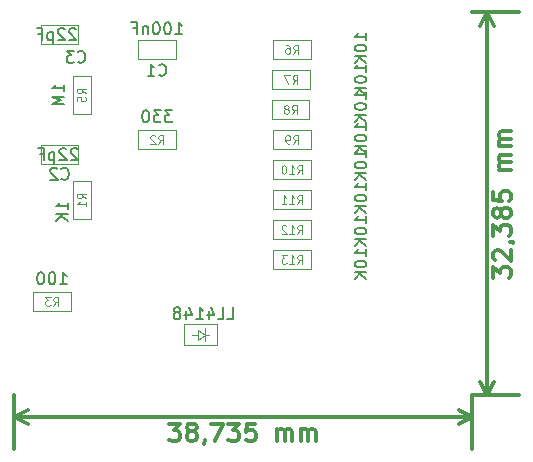
<source format=gbr>
G04 #@! TF.GenerationSoftware,KiCad,Pcbnew,(5.0.2)-1*
G04 #@! TF.CreationDate,2018-12-18T17:12:38+01:00*
G04 #@! TF.ProjectId,MutltiSwitch_Sw8,4d75746c-7469-4537-9769-7463685f5377,0.1*
G04 #@! TF.SameCoordinates,Original*
G04 #@! TF.FileFunction,Other,Fab,Bot*
%FSLAX46Y46*%
G04 Gerber Fmt 4.6, Leading zero omitted, Abs format (unit mm)*
G04 Created by KiCad (PCBNEW (5.0.2)-1) date 18/12/2018 17:12:38*
%MOMM*%
%LPD*%
G01*
G04 APERTURE LIST*
%ADD10C,0.300000*%
%ADD11C,0.100000*%
%ADD12C,0.150000*%
%ADD13C,0.105000*%
G04 APERTURE END LIST*
D10*
X146431785Y-123083571D02*
X147360357Y-123083571D01*
X146860357Y-123655000D01*
X147074642Y-123655000D01*
X147217500Y-123726428D01*
X147288928Y-123797857D01*
X147360357Y-123940714D01*
X147360357Y-124297857D01*
X147288928Y-124440714D01*
X147217500Y-124512142D01*
X147074642Y-124583571D01*
X146646071Y-124583571D01*
X146503214Y-124512142D01*
X146431785Y-124440714D01*
X148217500Y-123726428D02*
X148074642Y-123655000D01*
X148003214Y-123583571D01*
X147931785Y-123440714D01*
X147931785Y-123369285D01*
X148003214Y-123226428D01*
X148074642Y-123155000D01*
X148217500Y-123083571D01*
X148503214Y-123083571D01*
X148646071Y-123155000D01*
X148717500Y-123226428D01*
X148788928Y-123369285D01*
X148788928Y-123440714D01*
X148717500Y-123583571D01*
X148646071Y-123655000D01*
X148503214Y-123726428D01*
X148217500Y-123726428D01*
X148074642Y-123797857D01*
X148003214Y-123869285D01*
X147931785Y-124012142D01*
X147931785Y-124297857D01*
X148003214Y-124440714D01*
X148074642Y-124512142D01*
X148217500Y-124583571D01*
X148503214Y-124583571D01*
X148646071Y-124512142D01*
X148717500Y-124440714D01*
X148788928Y-124297857D01*
X148788928Y-124012142D01*
X148717500Y-123869285D01*
X148646071Y-123797857D01*
X148503214Y-123726428D01*
X149503214Y-124512142D02*
X149503214Y-124583571D01*
X149431785Y-124726428D01*
X149360357Y-124797857D01*
X150003214Y-123083571D02*
X151003214Y-123083571D01*
X150360357Y-124583571D01*
X151431785Y-123083571D02*
X152360357Y-123083571D01*
X151860357Y-123655000D01*
X152074642Y-123655000D01*
X152217500Y-123726428D01*
X152288928Y-123797857D01*
X152360357Y-123940714D01*
X152360357Y-124297857D01*
X152288928Y-124440714D01*
X152217500Y-124512142D01*
X152074642Y-124583571D01*
X151646071Y-124583571D01*
X151503214Y-124512142D01*
X151431785Y-124440714D01*
X153717500Y-123083571D02*
X153003214Y-123083571D01*
X152931785Y-123797857D01*
X153003214Y-123726428D01*
X153146071Y-123655000D01*
X153503214Y-123655000D01*
X153646071Y-123726428D01*
X153717500Y-123797857D01*
X153788928Y-123940714D01*
X153788928Y-124297857D01*
X153717500Y-124440714D01*
X153646071Y-124512142D01*
X153503214Y-124583571D01*
X153146071Y-124583571D01*
X153003214Y-124512142D01*
X152931785Y-124440714D01*
X155574642Y-124583571D02*
X155574642Y-123583571D01*
X155574642Y-123726428D02*
X155646071Y-123655000D01*
X155788928Y-123583571D01*
X156003214Y-123583571D01*
X156146071Y-123655000D01*
X156217500Y-123797857D01*
X156217500Y-124583571D01*
X156217500Y-123797857D02*
X156288928Y-123655000D01*
X156431785Y-123583571D01*
X156646071Y-123583571D01*
X156788928Y-123655000D01*
X156860357Y-123797857D01*
X156860357Y-124583571D01*
X157574642Y-124583571D02*
X157574642Y-123583571D01*
X157574642Y-123726428D02*
X157646071Y-123655000D01*
X157788928Y-123583571D01*
X158003214Y-123583571D01*
X158146071Y-123655000D01*
X158217500Y-123797857D01*
X158217500Y-124583571D01*
X158217500Y-123797857D02*
X158288928Y-123655000D01*
X158431785Y-123583571D01*
X158646071Y-123583571D01*
X158788928Y-123655000D01*
X158860357Y-123797857D01*
X158860357Y-124583571D01*
X172085000Y-122555000D02*
X133350000Y-122555000D01*
X172085000Y-120650000D02*
X172085000Y-125255000D01*
X133350000Y-120650000D02*
X133350000Y-125255000D01*
X133350000Y-122555000D02*
X134476504Y-121968579D01*
X133350000Y-122555000D02*
X134476504Y-123141421D01*
X172085000Y-122555000D02*
X170958496Y-121968579D01*
X172085000Y-122555000D02*
X170958496Y-123141421D01*
X173883570Y-110743214D02*
X173883570Y-109814642D01*
X174454999Y-110314642D01*
X174454999Y-110100357D01*
X174526427Y-109957500D01*
X174597856Y-109886071D01*
X174740713Y-109814642D01*
X175097856Y-109814642D01*
X175240713Y-109886071D01*
X175312141Y-109957500D01*
X175383570Y-110100357D01*
X175383570Y-110528928D01*
X175312141Y-110671785D01*
X175240713Y-110743214D01*
X174026427Y-109243214D02*
X173954999Y-109171785D01*
X173883570Y-109028928D01*
X173883570Y-108671785D01*
X173954999Y-108528928D01*
X174026427Y-108457500D01*
X174169284Y-108386071D01*
X174312141Y-108386071D01*
X174526427Y-108457500D01*
X175383570Y-109314642D01*
X175383570Y-108386071D01*
X175312141Y-107671785D02*
X175383570Y-107671785D01*
X175526427Y-107743214D01*
X175597856Y-107814642D01*
X173883570Y-107171785D02*
X173883570Y-106243214D01*
X174454999Y-106743214D01*
X174454999Y-106528928D01*
X174526427Y-106386071D01*
X174597856Y-106314642D01*
X174740713Y-106243214D01*
X175097856Y-106243214D01*
X175240713Y-106314642D01*
X175312141Y-106386071D01*
X175383570Y-106528928D01*
X175383570Y-106957500D01*
X175312141Y-107100357D01*
X175240713Y-107171785D01*
X174526427Y-105386071D02*
X174454999Y-105528928D01*
X174383570Y-105600357D01*
X174240713Y-105671785D01*
X174169284Y-105671785D01*
X174026427Y-105600357D01*
X173954999Y-105528928D01*
X173883570Y-105386071D01*
X173883570Y-105100357D01*
X173954999Y-104957500D01*
X174026427Y-104886071D01*
X174169284Y-104814642D01*
X174240713Y-104814642D01*
X174383570Y-104886071D01*
X174454999Y-104957500D01*
X174526427Y-105100357D01*
X174526427Y-105386071D01*
X174597856Y-105528928D01*
X174669284Y-105600357D01*
X174812141Y-105671785D01*
X175097856Y-105671785D01*
X175240713Y-105600357D01*
X175312141Y-105528928D01*
X175383570Y-105386071D01*
X175383570Y-105100357D01*
X175312141Y-104957500D01*
X175240713Y-104886071D01*
X175097856Y-104814642D01*
X174812141Y-104814642D01*
X174669284Y-104886071D01*
X174597856Y-104957500D01*
X174526427Y-105100357D01*
X173883570Y-103457500D02*
X173883570Y-104171785D01*
X174597856Y-104243214D01*
X174526427Y-104171785D01*
X174454999Y-104028928D01*
X174454999Y-103671785D01*
X174526427Y-103528928D01*
X174597856Y-103457500D01*
X174740713Y-103386071D01*
X175097856Y-103386071D01*
X175240713Y-103457500D01*
X175312141Y-103528928D01*
X175383570Y-103671785D01*
X175383570Y-104028928D01*
X175312141Y-104171785D01*
X175240713Y-104243214D01*
X175383570Y-101600357D02*
X174383570Y-101600357D01*
X174526427Y-101600357D02*
X174454999Y-101528928D01*
X174383570Y-101386071D01*
X174383570Y-101171785D01*
X174454999Y-101028928D01*
X174597856Y-100957500D01*
X175383570Y-100957500D01*
X174597856Y-100957500D02*
X174454999Y-100886071D01*
X174383570Y-100743214D01*
X174383570Y-100528928D01*
X174454999Y-100386071D01*
X174597856Y-100314642D01*
X175383570Y-100314642D01*
X175383570Y-99600357D02*
X174383570Y-99600357D01*
X174526427Y-99600357D02*
X174454999Y-99528928D01*
X174383570Y-99386071D01*
X174383570Y-99171785D01*
X174454999Y-99028928D01*
X174597856Y-98957500D01*
X175383570Y-98957500D01*
X174597856Y-98957500D02*
X174454999Y-98886071D01*
X174383570Y-98743214D01*
X174383570Y-98528928D01*
X174454999Y-98386071D01*
X174597856Y-98314642D01*
X175383570Y-98314642D01*
X173354999Y-120650000D02*
X173354999Y-88265000D01*
X172085000Y-120650000D02*
X176054999Y-120650000D01*
X172085000Y-88265000D02*
X176054999Y-88265000D01*
X173354999Y-88265000D02*
X173941420Y-89391504D01*
X173354999Y-88265000D02*
X172768578Y-89391504D01*
X173354999Y-120650000D02*
X173941420Y-119523496D01*
X173354999Y-120650000D02*
X172768578Y-119523496D01*
D11*
G04 #@! TO.C,C1*
X143815000Y-90640000D02*
X143815000Y-92240000D01*
X147015000Y-90640000D02*
X143815000Y-90640000D01*
X147015000Y-92240000D02*
X147015000Y-90640000D01*
X143815000Y-92240000D02*
X147015000Y-92240000D01*
G04 #@! TO.C,C2*
X135560000Y-99530000D02*
X135560000Y-101130000D01*
X138760000Y-99530000D02*
X135560000Y-99530000D01*
X138760000Y-101130000D02*
X138760000Y-99530000D01*
X135560000Y-101130000D02*
X138760000Y-101130000D01*
G04 #@! TO.C,C3*
X135560000Y-89370000D02*
X135560000Y-90970000D01*
X138760000Y-89370000D02*
X135560000Y-89370000D01*
X138760000Y-90970000D02*
X138760000Y-89370000D01*
X135560000Y-90970000D02*
X138760000Y-90970000D01*
G04 #@! TO.C,R2*
X143815000Y-98260000D02*
X143815000Y-99860000D01*
X147015000Y-98260000D02*
X143815000Y-98260000D01*
X147015000Y-99860000D02*
X147015000Y-98260000D01*
X143815000Y-99860000D02*
X147015000Y-99860000D01*
G04 #@! TO.C,R1*
X138265000Y-105740000D02*
X139865000Y-105740000D01*
X138265000Y-102540000D02*
X138265000Y-105740000D01*
X139865000Y-102540000D02*
X138265000Y-102540000D01*
X139865000Y-105740000D02*
X139865000Y-102540000D01*
G04 #@! TO.C,D2*
X148848000Y-115570000D02*
X148348000Y-115570000D01*
X148848000Y-115970000D02*
X149448000Y-115570000D01*
X148848000Y-115170000D02*
X148848000Y-115970000D01*
X149448000Y-115570000D02*
X148848000Y-115170000D01*
X149448000Y-115570000D02*
X149448000Y-116120000D01*
X149448000Y-115570000D02*
X149448000Y-115020000D01*
X149848000Y-115570000D02*
X149448000Y-115570000D01*
X150498000Y-116470000D02*
X150498000Y-114670000D01*
X147698000Y-116470000D02*
X150498000Y-116470000D01*
X147698000Y-114670000D02*
X147698000Y-116470000D01*
X150498000Y-114670000D02*
X147698000Y-114670000D01*
G04 #@! TO.C,R3*
X134925000Y-111976000D02*
X134925000Y-113576000D01*
X138125000Y-111976000D02*
X134925000Y-111976000D01*
X138125000Y-113576000D02*
X138125000Y-111976000D01*
X134925000Y-113576000D02*
X138125000Y-113576000D01*
G04 #@! TO.C,R5*
X138265000Y-96850000D02*
X139865000Y-96850000D01*
X138265000Y-93650000D02*
X138265000Y-96850000D01*
X139865000Y-93650000D02*
X138265000Y-93650000D01*
X139865000Y-96850000D02*
X139865000Y-93650000D01*
G04 #@! TO.C,R6*
X155245000Y-90640000D02*
X155245000Y-92240000D01*
X158445000Y-90640000D02*
X155245000Y-90640000D01*
X158445000Y-92240000D02*
X158445000Y-90640000D01*
X155245000Y-92240000D02*
X158445000Y-92240000D01*
G04 #@! TO.C,R7*
X155192000Y-93180000D02*
X155192000Y-94780000D01*
X158392000Y-93180000D02*
X155192000Y-93180000D01*
X158392000Y-94780000D02*
X158392000Y-93180000D01*
X155192000Y-94780000D02*
X158392000Y-94780000D01*
G04 #@! TO.C,R8*
X155118000Y-95720000D02*
X155118000Y-97320000D01*
X158318000Y-95720000D02*
X155118000Y-95720000D01*
X158318000Y-97320000D02*
X158318000Y-95720000D01*
X155118000Y-97320000D02*
X158318000Y-97320000D01*
G04 #@! TO.C,R9*
X155245000Y-98260000D02*
X155245000Y-99860000D01*
X158445000Y-98260000D02*
X155245000Y-98260000D01*
X158445000Y-99860000D02*
X158445000Y-98260000D01*
X155245000Y-99860000D02*
X158445000Y-99860000D01*
G04 #@! TO.C,R10*
X155245000Y-100800000D02*
X155245000Y-102400000D01*
X158445000Y-100800000D02*
X155245000Y-100800000D01*
X158445000Y-102400000D02*
X158445000Y-100800000D01*
X155245000Y-102400000D02*
X158445000Y-102400000D01*
G04 #@! TO.C,R11*
X155245000Y-103340000D02*
X155245000Y-104940000D01*
X158445000Y-103340000D02*
X155245000Y-103340000D01*
X158445000Y-104940000D02*
X158445000Y-103340000D01*
X155245000Y-104940000D02*
X158445000Y-104940000D01*
G04 #@! TO.C,R12*
X155245000Y-105880000D02*
X155245000Y-107480000D01*
X158445000Y-105880000D02*
X155245000Y-105880000D01*
X158445000Y-107480000D02*
X158445000Y-105880000D01*
X155245000Y-107480000D02*
X158445000Y-107480000D01*
G04 #@! TO.C,R13*
X155245000Y-108420000D02*
X155245000Y-110020000D01*
X158445000Y-108420000D02*
X155245000Y-108420000D01*
X158445000Y-110020000D02*
X158445000Y-108420000D01*
X155245000Y-110020000D02*
X158445000Y-110020000D01*
G04 #@! TD*
G04 #@! TO.C,C1*
D12*
X146962619Y-90114380D02*
X147534047Y-90114380D01*
X147248333Y-90114380D02*
X147248333Y-89114380D01*
X147343571Y-89257238D01*
X147438809Y-89352476D01*
X147534047Y-89400095D01*
X146343571Y-89114380D02*
X146248333Y-89114380D01*
X146153095Y-89162000D01*
X146105476Y-89209619D01*
X146057857Y-89304857D01*
X146010238Y-89495333D01*
X146010238Y-89733428D01*
X146057857Y-89923904D01*
X146105476Y-90019142D01*
X146153095Y-90066761D01*
X146248333Y-90114380D01*
X146343571Y-90114380D01*
X146438809Y-90066761D01*
X146486428Y-90019142D01*
X146534047Y-89923904D01*
X146581666Y-89733428D01*
X146581666Y-89495333D01*
X146534047Y-89304857D01*
X146486428Y-89209619D01*
X146438809Y-89162000D01*
X146343571Y-89114380D01*
X145391190Y-89114380D02*
X145295952Y-89114380D01*
X145200714Y-89162000D01*
X145153095Y-89209619D01*
X145105476Y-89304857D01*
X145057857Y-89495333D01*
X145057857Y-89733428D01*
X145105476Y-89923904D01*
X145153095Y-90019142D01*
X145200714Y-90066761D01*
X145295952Y-90114380D01*
X145391190Y-90114380D01*
X145486428Y-90066761D01*
X145534047Y-90019142D01*
X145581666Y-89923904D01*
X145629285Y-89733428D01*
X145629285Y-89495333D01*
X145581666Y-89304857D01*
X145534047Y-89209619D01*
X145486428Y-89162000D01*
X145391190Y-89114380D01*
X144629285Y-89447714D02*
X144629285Y-90114380D01*
X144629285Y-89542952D02*
X144581666Y-89495333D01*
X144486428Y-89447714D01*
X144343571Y-89447714D01*
X144248333Y-89495333D01*
X144200714Y-89590571D01*
X144200714Y-90114380D01*
X143391190Y-89590571D02*
X143724523Y-89590571D01*
X143724523Y-90114380D02*
X143724523Y-89114380D01*
X143248333Y-89114380D01*
X145581666Y-93547142D02*
X145629285Y-93594761D01*
X145772142Y-93642380D01*
X145867380Y-93642380D01*
X146010238Y-93594761D01*
X146105476Y-93499523D01*
X146153095Y-93404285D01*
X146200714Y-93213809D01*
X146200714Y-93070952D01*
X146153095Y-92880476D01*
X146105476Y-92785238D01*
X146010238Y-92690000D01*
X145867380Y-92642380D01*
X145772142Y-92642380D01*
X145629285Y-92690000D01*
X145581666Y-92737619D01*
X144629285Y-93642380D02*
X145200714Y-93642380D01*
X144915000Y-93642380D02*
X144915000Y-92642380D01*
X145010238Y-92785238D01*
X145105476Y-92880476D01*
X145200714Y-92928095D01*
G04 #@! TO.C,C2*
X138675857Y-99877619D02*
X138628238Y-99830000D01*
X138533000Y-99782380D01*
X138294904Y-99782380D01*
X138199666Y-99830000D01*
X138152047Y-99877619D01*
X138104428Y-99972857D01*
X138104428Y-100068095D01*
X138152047Y-100210952D01*
X138723476Y-100782380D01*
X138104428Y-100782380D01*
X137723476Y-99877619D02*
X137675857Y-99830000D01*
X137580619Y-99782380D01*
X137342523Y-99782380D01*
X137247285Y-99830000D01*
X137199666Y-99877619D01*
X137152047Y-99972857D01*
X137152047Y-100068095D01*
X137199666Y-100210952D01*
X137771095Y-100782380D01*
X137152047Y-100782380D01*
X136723476Y-100115714D02*
X136723476Y-101115714D01*
X136723476Y-100163333D02*
X136628238Y-100115714D01*
X136437761Y-100115714D01*
X136342523Y-100163333D01*
X136294904Y-100210952D01*
X136247285Y-100306190D01*
X136247285Y-100591904D01*
X136294904Y-100687142D01*
X136342523Y-100734761D01*
X136437761Y-100782380D01*
X136628238Y-100782380D01*
X136723476Y-100734761D01*
X135485380Y-100258571D02*
X135818714Y-100258571D01*
X135818714Y-100782380D02*
X135818714Y-99782380D01*
X135342523Y-99782380D01*
X137326666Y-102338142D02*
X137374285Y-102385761D01*
X137517142Y-102433380D01*
X137612380Y-102433380D01*
X137755238Y-102385761D01*
X137850476Y-102290523D01*
X137898095Y-102195285D01*
X137945714Y-102004809D01*
X137945714Y-101861952D01*
X137898095Y-101671476D01*
X137850476Y-101576238D01*
X137755238Y-101481000D01*
X137612380Y-101433380D01*
X137517142Y-101433380D01*
X137374285Y-101481000D01*
X137326666Y-101528619D01*
X136945714Y-101528619D02*
X136898095Y-101481000D01*
X136802857Y-101433380D01*
X136564761Y-101433380D01*
X136469523Y-101481000D01*
X136421904Y-101528619D01*
X136374285Y-101623857D01*
X136374285Y-101719095D01*
X136421904Y-101861952D01*
X136993333Y-102433380D01*
X136374285Y-102433380D01*
G04 #@! TO.C,C3*
X138548857Y-89717619D02*
X138501238Y-89670000D01*
X138406000Y-89622380D01*
X138167904Y-89622380D01*
X138072666Y-89670000D01*
X138025047Y-89717619D01*
X137977428Y-89812857D01*
X137977428Y-89908095D01*
X138025047Y-90050952D01*
X138596476Y-90622380D01*
X137977428Y-90622380D01*
X137596476Y-89717619D02*
X137548857Y-89670000D01*
X137453619Y-89622380D01*
X137215523Y-89622380D01*
X137120285Y-89670000D01*
X137072666Y-89717619D01*
X137025047Y-89812857D01*
X137025047Y-89908095D01*
X137072666Y-90050952D01*
X137644095Y-90622380D01*
X137025047Y-90622380D01*
X136596476Y-89955714D02*
X136596476Y-90955714D01*
X136596476Y-90003333D02*
X136501238Y-89955714D01*
X136310761Y-89955714D01*
X136215523Y-90003333D01*
X136167904Y-90050952D01*
X136120285Y-90146190D01*
X136120285Y-90431904D01*
X136167904Y-90527142D01*
X136215523Y-90574761D01*
X136310761Y-90622380D01*
X136501238Y-90622380D01*
X136596476Y-90574761D01*
X135358380Y-90098571D02*
X135691714Y-90098571D01*
X135691714Y-90622380D02*
X135691714Y-89622380D01*
X135215523Y-89622380D01*
X138723666Y-92432142D02*
X138771285Y-92479761D01*
X138914142Y-92527380D01*
X139009380Y-92527380D01*
X139152238Y-92479761D01*
X139247476Y-92384523D01*
X139295095Y-92289285D01*
X139342714Y-92098809D01*
X139342714Y-91955952D01*
X139295095Y-91765476D01*
X139247476Y-91670238D01*
X139152238Y-91575000D01*
X139009380Y-91527380D01*
X138914142Y-91527380D01*
X138771285Y-91575000D01*
X138723666Y-91622619D01*
X138390333Y-91527380D02*
X137771285Y-91527380D01*
X138104619Y-91908333D01*
X137961761Y-91908333D01*
X137866523Y-91955952D01*
X137818904Y-92003571D01*
X137771285Y-92098809D01*
X137771285Y-92336904D01*
X137818904Y-92432142D01*
X137866523Y-92479761D01*
X137961761Y-92527380D01*
X138247476Y-92527380D01*
X138342714Y-92479761D01*
X138390333Y-92432142D01*
G04 #@! TO.C,R2*
X146700714Y-96562380D02*
X146081666Y-96562380D01*
X146415000Y-96943333D01*
X146272142Y-96943333D01*
X146176904Y-96990952D01*
X146129285Y-97038571D01*
X146081666Y-97133809D01*
X146081666Y-97371904D01*
X146129285Y-97467142D01*
X146176904Y-97514761D01*
X146272142Y-97562380D01*
X146557857Y-97562380D01*
X146653095Y-97514761D01*
X146700714Y-97467142D01*
X145748333Y-96562380D02*
X145129285Y-96562380D01*
X145462619Y-96943333D01*
X145319761Y-96943333D01*
X145224523Y-96990952D01*
X145176904Y-97038571D01*
X145129285Y-97133809D01*
X145129285Y-97371904D01*
X145176904Y-97467142D01*
X145224523Y-97514761D01*
X145319761Y-97562380D01*
X145605476Y-97562380D01*
X145700714Y-97514761D01*
X145748333Y-97467142D01*
X144510238Y-96562380D02*
X144415000Y-96562380D01*
X144319761Y-96610000D01*
X144272142Y-96657619D01*
X144224523Y-96752857D01*
X144176904Y-96943333D01*
X144176904Y-97181428D01*
X144224523Y-97371904D01*
X144272142Y-97467142D01*
X144319761Y-97514761D01*
X144415000Y-97562380D01*
X144510238Y-97562380D01*
X144605476Y-97514761D01*
X144653095Y-97467142D01*
X144700714Y-97371904D01*
X144748333Y-97181428D01*
X144748333Y-96943333D01*
X144700714Y-96752857D01*
X144653095Y-96657619D01*
X144605476Y-96610000D01*
X144510238Y-96562380D01*
D13*
X145531666Y-99376666D02*
X145765000Y-99043333D01*
X145931666Y-99376666D02*
X145931666Y-98676666D01*
X145665000Y-98676666D01*
X145598333Y-98710000D01*
X145565000Y-98743333D01*
X145531666Y-98810000D01*
X145531666Y-98910000D01*
X145565000Y-98976666D01*
X145598333Y-99010000D01*
X145665000Y-99043333D01*
X145931666Y-99043333D01*
X145265000Y-98743333D02*
X145231666Y-98710000D01*
X145165000Y-98676666D01*
X144998333Y-98676666D01*
X144931666Y-98710000D01*
X144898333Y-98743333D01*
X144865000Y-98810000D01*
X144865000Y-98876666D01*
X144898333Y-98976666D01*
X145298333Y-99376666D01*
X144865000Y-99376666D01*
G04 #@! TO.C,R1*
D12*
X137866380Y-104941714D02*
X137866380Y-104370285D01*
X137866380Y-104656000D02*
X136866380Y-104656000D01*
X137009238Y-104560761D01*
X137104476Y-104465523D01*
X137152095Y-104370285D01*
X137866380Y-105370285D02*
X136866380Y-105370285D01*
X137866380Y-105941714D02*
X137294952Y-105513142D01*
X136866380Y-105941714D02*
X137437809Y-105370285D01*
D13*
X139381666Y-104023333D02*
X139048333Y-103790000D01*
X139381666Y-103623333D02*
X138681666Y-103623333D01*
X138681666Y-103890000D01*
X138715000Y-103956666D01*
X138748333Y-103990000D01*
X138815000Y-104023333D01*
X138915000Y-104023333D01*
X138981666Y-103990000D01*
X139015000Y-103956666D01*
X139048333Y-103890000D01*
X139048333Y-103623333D01*
X139381666Y-104690000D02*
X139381666Y-104290000D01*
X139381666Y-104490000D02*
X138681666Y-104490000D01*
X138781666Y-104423333D01*
X138848333Y-104356666D01*
X138881666Y-104290000D01*
G04 #@! TO.C,D2*
D12*
X151352000Y-114244380D02*
X151828190Y-114244380D01*
X151828190Y-113244380D01*
X150542476Y-114244380D02*
X151018666Y-114244380D01*
X151018666Y-113244380D01*
X149780571Y-113577714D02*
X149780571Y-114244380D01*
X150018666Y-113196761D02*
X150256761Y-113911047D01*
X149637714Y-113911047D01*
X148732952Y-114244380D02*
X149304380Y-114244380D01*
X149018666Y-114244380D02*
X149018666Y-113244380D01*
X149113904Y-113387238D01*
X149209142Y-113482476D01*
X149304380Y-113530095D01*
X147875809Y-113577714D02*
X147875809Y-114244380D01*
X148113904Y-113196761D02*
X148352000Y-113911047D01*
X147732952Y-113911047D01*
X147209142Y-113672952D02*
X147304380Y-113625333D01*
X147352000Y-113577714D01*
X147399619Y-113482476D01*
X147399619Y-113434857D01*
X147352000Y-113339619D01*
X147304380Y-113292000D01*
X147209142Y-113244380D01*
X147018666Y-113244380D01*
X146923428Y-113292000D01*
X146875809Y-113339619D01*
X146828190Y-113434857D01*
X146828190Y-113482476D01*
X146875809Y-113577714D01*
X146923428Y-113625333D01*
X147018666Y-113672952D01*
X147209142Y-113672952D01*
X147304380Y-113720571D01*
X147352000Y-113768190D01*
X147399619Y-113863428D01*
X147399619Y-114053904D01*
X147352000Y-114149142D01*
X147304380Y-114196761D01*
X147209142Y-114244380D01*
X147018666Y-114244380D01*
X146923428Y-114196761D01*
X146875809Y-114149142D01*
X146828190Y-114053904D01*
X146828190Y-113863428D01*
X146875809Y-113768190D01*
X146923428Y-113720571D01*
X147018666Y-113672952D01*
G04 #@! TO.C,R3*
X137191666Y-111278380D02*
X137763095Y-111278380D01*
X137477380Y-111278380D02*
X137477380Y-110278380D01*
X137572619Y-110421238D01*
X137667857Y-110516476D01*
X137763095Y-110564095D01*
X136572619Y-110278380D02*
X136477380Y-110278380D01*
X136382142Y-110326000D01*
X136334523Y-110373619D01*
X136286904Y-110468857D01*
X136239285Y-110659333D01*
X136239285Y-110897428D01*
X136286904Y-111087904D01*
X136334523Y-111183142D01*
X136382142Y-111230761D01*
X136477380Y-111278380D01*
X136572619Y-111278380D01*
X136667857Y-111230761D01*
X136715476Y-111183142D01*
X136763095Y-111087904D01*
X136810714Y-110897428D01*
X136810714Y-110659333D01*
X136763095Y-110468857D01*
X136715476Y-110373619D01*
X136667857Y-110326000D01*
X136572619Y-110278380D01*
X135620238Y-110278380D02*
X135525000Y-110278380D01*
X135429761Y-110326000D01*
X135382142Y-110373619D01*
X135334523Y-110468857D01*
X135286904Y-110659333D01*
X135286904Y-110897428D01*
X135334523Y-111087904D01*
X135382142Y-111183142D01*
X135429761Y-111230761D01*
X135525000Y-111278380D01*
X135620238Y-111278380D01*
X135715476Y-111230761D01*
X135763095Y-111183142D01*
X135810714Y-111087904D01*
X135858333Y-110897428D01*
X135858333Y-110659333D01*
X135810714Y-110468857D01*
X135763095Y-110373619D01*
X135715476Y-110326000D01*
X135620238Y-110278380D01*
D13*
X136641666Y-113092666D02*
X136875000Y-112759333D01*
X137041666Y-113092666D02*
X137041666Y-112392666D01*
X136775000Y-112392666D01*
X136708333Y-112426000D01*
X136675000Y-112459333D01*
X136641666Y-112526000D01*
X136641666Y-112626000D01*
X136675000Y-112692666D01*
X136708333Y-112726000D01*
X136775000Y-112759333D01*
X137041666Y-112759333D01*
X136408333Y-112392666D02*
X135975000Y-112392666D01*
X136208333Y-112659333D01*
X136108333Y-112659333D01*
X136041666Y-112692666D01*
X136008333Y-112726000D01*
X135975000Y-112792666D01*
X135975000Y-112959333D01*
X136008333Y-113026000D01*
X136041666Y-113059333D01*
X136108333Y-113092666D01*
X136308333Y-113092666D01*
X136375000Y-113059333D01*
X136408333Y-113026000D01*
G04 #@! TO.C,R5*
D12*
X137567380Y-94964285D02*
X137567380Y-94392857D01*
X137567380Y-94678571D02*
X136567380Y-94678571D01*
X136710238Y-94583333D01*
X136805476Y-94488095D01*
X136853095Y-94392857D01*
X137567380Y-95392857D02*
X136567380Y-95392857D01*
X137281666Y-95726190D01*
X136567380Y-96059523D01*
X137567380Y-96059523D01*
D13*
X139381666Y-95133333D02*
X139048333Y-94900000D01*
X139381666Y-94733333D02*
X138681666Y-94733333D01*
X138681666Y-95000000D01*
X138715000Y-95066666D01*
X138748333Y-95100000D01*
X138815000Y-95133333D01*
X138915000Y-95133333D01*
X138981666Y-95100000D01*
X139015000Y-95066666D01*
X139048333Y-95000000D01*
X139048333Y-94733333D01*
X138681666Y-95766666D02*
X138681666Y-95433333D01*
X139015000Y-95400000D01*
X138981666Y-95433333D01*
X138948333Y-95500000D01*
X138948333Y-95666666D01*
X138981666Y-95733333D01*
X139015000Y-95766666D01*
X139081666Y-95800000D01*
X139248333Y-95800000D01*
X139315000Y-95766666D01*
X139348333Y-95733333D01*
X139381666Y-95666666D01*
X139381666Y-95500000D01*
X139348333Y-95433333D01*
X139315000Y-95400000D01*
G04 #@! TO.C,R6*
D12*
X163139380Y-90622523D02*
X163139380Y-90051095D01*
X163139380Y-90336809D02*
X162139380Y-90336809D01*
X162282238Y-90241571D01*
X162377476Y-90146333D01*
X162425095Y-90051095D01*
X162139380Y-91241571D02*
X162139380Y-91336809D01*
X162187000Y-91432047D01*
X162234619Y-91479666D01*
X162329857Y-91527285D01*
X162520333Y-91574904D01*
X162758428Y-91574904D01*
X162948904Y-91527285D01*
X163044142Y-91479666D01*
X163091761Y-91432047D01*
X163139380Y-91336809D01*
X163139380Y-91241571D01*
X163091761Y-91146333D01*
X163044142Y-91098714D01*
X162948904Y-91051095D01*
X162758428Y-91003476D01*
X162520333Y-91003476D01*
X162329857Y-91051095D01*
X162234619Y-91098714D01*
X162187000Y-91146333D01*
X162139380Y-91241571D01*
X163139380Y-92003476D02*
X162139380Y-92003476D01*
X163139380Y-92574904D02*
X162567952Y-92146333D01*
X162139380Y-92574904D02*
X162710809Y-92003476D01*
D13*
X156961666Y-91756666D02*
X157195000Y-91423333D01*
X157361666Y-91756666D02*
X157361666Y-91056666D01*
X157095000Y-91056666D01*
X157028333Y-91090000D01*
X156995000Y-91123333D01*
X156961666Y-91190000D01*
X156961666Y-91290000D01*
X156995000Y-91356666D01*
X157028333Y-91390000D01*
X157095000Y-91423333D01*
X157361666Y-91423333D01*
X156361666Y-91056666D02*
X156495000Y-91056666D01*
X156561666Y-91090000D01*
X156595000Y-91123333D01*
X156661666Y-91223333D01*
X156695000Y-91356666D01*
X156695000Y-91623333D01*
X156661666Y-91690000D01*
X156628333Y-91723333D01*
X156561666Y-91756666D01*
X156428333Y-91756666D01*
X156361666Y-91723333D01*
X156328333Y-91690000D01*
X156295000Y-91623333D01*
X156295000Y-91456666D01*
X156328333Y-91390000D01*
X156361666Y-91356666D01*
X156428333Y-91323333D01*
X156561666Y-91323333D01*
X156628333Y-91356666D01*
X156661666Y-91390000D01*
X156695000Y-91456666D01*
G04 #@! TO.C,R7*
D12*
X163139380Y-93289523D02*
X163139380Y-92718095D01*
X163139380Y-93003809D02*
X162139380Y-93003809D01*
X162282238Y-92908571D01*
X162377476Y-92813333D01*
X162425095Y-92718095D01*
X162139380Y-93908571D02*
X162139380Y-94003809D01*
X162187000Y-94099047D01*
X162234619Y-94146666D01*
X162329857Y-94194285D01*
X162520333Y-94241904D01*
X162758428Y-94241904D01*
X162948904Y-94194285D01*
X163044142Y-94146666D01*
X163091761Y-94099047D01*
X163139380Y-94003809D01*
X163139380Y-93908571D01*
X163091761Y-93813333D01*
X163044142Y-93765714D01*
X162948904Y-93718095D01*
X162758428Y-93670476D01*
X162520333Y-93670476D01*
X162329857Y-93718095D01*
X162234619Y-93765714D01*
X162187000Y-93813333D01*
X162139380Y-93908571D01*
X163139380Y-94670476D02*
X162139380Y-94670476D01*
X163139380Y-95241904D02*
X162567952Y-94813333D01*
X162139380Y-95241904D02*
X162710809Y-94670476D01*
D13*
X156908666Y-94296666D02*
X157142000Y-93963333D01*
X157308666Y-94296666D02*
X157308666Y-93596666D01*
X157042000Y-93596666D01*
X156975333Y-93630000D01*
X156942000Y-93663333D01*
X156908666Y-93730000D01*
X156908666Y-93830000D01*
X156942000Y-93896666D01*
X156975333Y-93930000D01*
X157042000Y-93963333D01*
X157308666Y-93963333D01*
X156675333Y-93596666D02*
X156208666Y-93596666D01*
X156508666Y-94296666D01*
G04 #@! TO.C,R8*
D12*
X163139380Y-95575523D02*
X163139380Y-95004095D01*
X163139380Y-95289809D02*
X162139380Y-95289809D01*
X162282238Y-95194571D01*
X162377476Y-95099333D01*
X162425095Y-95004095D01*
X162139380Y-96194571D02*
X162139380Y-96289809D01*
X162187000Y-96385047D01*
X162234619Y-96432666D01*
X162329857Y-96480285D01*
X162520333Y-96527904D01*
X162758428Y-96527904D01*
X162948904Y-96480285D01*
X163044142Y-96432666D01*
X163091761Y-96385047D01*
X163139380Y-96289809D01*
X163139380Y-96194571D01*
X163091761Y-96099333D01*
X163044142Y-96051714D01*
X162948904Y-96004095D01*
X162758428Y-95956476D01*
X162520333Y-95956476D01*
X162329857Y-96004095D01*
X162234619Y-96051714D01*
X162187000Y-96099333D01*
X162139380Y-96194571D01*
X163139380Y-96956476D02*
X162139380Y-96956476D01*
X163139380Y-97527904D02*
X162567952Y-97099333D01*
X162139380Y-97527904D02*
X162710809Y-96956476D01*
D13*
X156834666Y-96836666D02*
X157068000Y-96503333D01*
X157234666Y-96836666D02*
X157234666Y-96136666D01*
X156968000Y-96136666D01*
X156901333Y-96170000D01*
X156868000Y-96203333D01*
X156834666Y-96270000D01*
X156834666Y-96370000D01*
X156868000Y-96436666D01*
X156901333Y-96470000D01*
X156968000Y-96503333D01*
X157234666Y-96503333D01*
X156434666Y-96436666D02*
X156501333Y-96403333D01*
X156534666Y-96370000D01*
X156568000Y-96303333D01*
X156568000Y-96270000D01*
X156534666Y-96203333D01*
X156501333Y-96170000D01*
X156434666Y-96136666D01*
X156301333Y-96136666D01*
X156234666Y-96170000D01*
X156201333Y-96203333D01*
X156168000Y-96270000D01*
X156168000Y-96303333D01*
X156201333Y-96370000D01*
X156234666Y-96403333D01*
X156301333Y-96436666D01*
X156434666Y-96436666D01*
X156501333Y-96470000D01*
X156534666Y-96503333D01*
X156568000Y-96570000D01*
X156568000Y-96703333D01*
X156534666Y-96770000D01*
X156501333Y-96803333D01*
X156434666Y-96836666D01*
X156301333Y-96836666D01*
X156234666Y-96803333D01*
X156201333Y-96770000D01*
X156168000Y-96703333D01*
X156168000Y-96570000D01*
X156201333Y-96503333D01*
X156234666Y-96470000D01*
X156301333Y-96436666D01*
G04 #@! TO.C,R9*
D12*
X163139380Y-98242523D02*
X163139380Y-97671095D01*
X163139380Y-97956809D02*
X162139380Y-97956809D01*
X162282238Y-97861571D01*
X162377476Y-97766333D01*
X162425095Y-97671095D01*
X162139380Y-98861571D02*
X162139380Y-98956809D01*
X162187000Y-99052047D01*
X162234619Y-99099666D01*
X162329857Y-99147285D01*
X162520333Y-99194904D01*
X162758428Y-99194904D01*
X162948904Y-99147285D01*
X163044142Y-99099666D01*
X163091761Y-99052047D01*
X163139380Y-98956809D01*
X163139380Y-98861571D01*
X163091761Y-98766333D01*
X163044142Y-98718714D01*
X162948904Y-98671095D01*
X162758428Y-98623476D01*
X162520333Y-98623476D01*
X162329857Y-98671095D01*
X162234619Y-98718714D01*
X162187000Y-98766333D01*
X162139380Y-98861571D01*
X163139380Y-99623476D02*
X162139380Y-99623476D01*
X163139380Y-100194904D02*
X162567952Y-99766333D01*
X162139380Y-100194904D02*
X162710809Y-99623476D01*
D13*
X156961666Y-99376666D02*
X157195000Y-99043333D01*
X157361666Y-99376666D02*
X157361666Y-98676666D01*
X157095000Y-98676666D01*
X157028333Y-98710000D01*
X156995000Y-98743333D01*
X156961666Y-98810000D01*
X156961666Y-98910000D01*
X156995000Y-98976666D01*
X157028333Y-99010000D01*
X157095000Y-99043333D01*
X157361666Y-99043333D01*
X156628333Y-99376666D02*
X156495000Y-99376666D01*
X156428333Y-99343333D01*
X156395000Y-99310000D01*
X156328333Y-99210000D01*
X156295000Y-99076666D01*
X156295000Y-98810000D01*
X156328333Y-98743333D01*
X156361666Y-98710000D01*
X156428333Y-98676666D01*
X156561666Y-98676666D01*
X156628333Y-98710000D01*
X156661666Y-98743333D01*
X156695000Y-98810000D01*
X156695000Y-98976666D01*
X156661666Y-99043333D01*
X156628333Y-99076666D01*
X156561666Y-99110000D01*
X156428333Y-99110000D01*
X156361666Y-99076666D01*
X156328333Y-99043333D01*
X156295000Y-98976666D01*
G04 #@! TO.C,R10*
D12*
X163139380Y-100528523D02*
X163139380Y-99957095D01*
X163139380Y-100242809D02*
X162139380Y-100242809D01*
X162282238Y-100147571D01*
X162377476Y-100052333D01*
X162425095Y-99957095D01*
X162139380Y-101147571D02*
X162139380Y-101242809D01*
X162187000Y-101338047D01*
X162234619Y-101385666D01*
X162329857Y-101433285D01*
X162520333Y-101480904D01*
X162758428Y-101480904D01*
X162948904Y-101433285D01*
X163044142Y-101385666D01*
X163091761Y-101338047D01*
X163139380Y-101242809D01*
X163139380Y-101147571D01*
X163091761Y-101052333D01*
X163044142Y-101004714D01*
X162948904Y-100957095D01*
X162758428Y-100909476D01*
X162520333Y-100909476D01*
X162329857Y-100957095D01*
X162234619Y-101004714D01*
X162187000Y-101052333D01*
X162139380Y-101147571D01*
X163139380Y-101909476D02*
X162139380Y-101909476D01*
X163139380Y-102480904D02*
X162567952Y-102052333D01*
X162139380Y-102480904D02*
X162710809Y-101909476D01*
D13*
X157295000Y-101916666D02*
X157528333Y-101583333D01*
X157695000Y-101916666D02*
X157695000Y-101216666D01*
X157428333Y-101216666D01*
X157361666Y-101250000D01*
X157328333Y-101283333D01*
X157295000Y-101350000D01*
X157295000Y-101450000D01*
X157328333Y-101516666D01*
X157361666Y-101550000D01*
X157428333Y-101583333D01*
X157695000Y-101583333D01*
X156628333Y-101916666D02*
X157028333Y-101916666D01*
X156828333Y-101916666D02*
X156828333Y-101216666D01*
X156895000Y-101316666D01*
X156961666Y-101383333D01*
X157028333Y-101416666D01*
X156195000Y-101216666D02*
X156128333Y-101216666D01*
X156061666Y-101250000D01*
X156028333Y-101283333D01*
X155995000Y-101350000D01*
X155961666Y-101483333D01*
X155961666Y-101650000D01*
X155995000Y-101783333D01*
X156028333Y-101850000D01*
X156061666Y-101883333D01*
X156128333Y-101916666D01*
X156195000Y-101916666D01*
X156261666Y-101883333D01*
X156295000Y-101850000D01*
X156328333Y-101783333D01*
X156361666Y-101650000D01*
X156361666Y-101483333D01*
X156328333Y-101350000D01*
X156295000Y-101283333D01*
X156261666Y-101250000D01*
X156195000Y-101216666D01*
G04 #@! TO.C,R11*
D12*
X163139380Y-103322523D02*
X163139380Y-102751095D01*
X163139380Y-103036809D02*
X162139380Y-103036809D01*
X162282238Y-102941571D01*
X162377476Y-102846333D01*
X162425095Y-102751095D01*
X162139380Y-103941571D02*
X162139380Y-104036809D01*
X162187000Y-104132047D01*
X162234619Y-104179666D01*
X162329857Y-104227285D01*
X162520333Y-104274904D01*
X162758428Y-104274904D01*
X162948904Y-104227285D01*
X163044142Y-104179666D01*
X163091761Y-104132047D01*
X163139380Y-104036809D01*
X163139380Y-103941571D01*
X163091761Y-103846333D01*
X163044142Y-103798714D01*
X162948904Y-103751095D01*
X162758428Y-103703476D01*
X162520333Y-103703476D01*
X162329857Y-103751095D01*
X162234619Y-103798714D01*
X162187000Y-103846333D01*
X162139380Y-103941571D01*
X163139380Y-104703476D02*
X162139380Y-104703476D01*
X163139380Y-105274904D02*
X162567952Y-104846333D01*
X162139380Y-105274904D02*
X162710809Y-104703476D01*
D13*
X157295000Y-104456666D02*
X157528333Y-104123333D01*
X157695000Y-104456666D02*
X157695000Y-103756666D01*
X157428333Y-103756666D01*
X157361666Y-103790000D01*
X157328333Y-103823333D01*
X157295000Y-103890000D01*
X157295000Y-103990000D01*
X157328333Y-104056666D01*
X157361666Y-104090000D01*
X157428333Y-104123333D01*
X157695000Y-104123333D01*
X156628333Y-104456666D02*
X157028333Y-104456666D01*
X156828333Y-104456666D02*
X156828333Y-103756666D01*
X156895000Y-103856666D01*
X156961666Y-103923333D01*
X157028333Y-103956666D01*
X155961666Y-104456666D02*
X156361666Y-104456666D01*
X156161666Y-104456666D02*
X156161666Y-103756666D01*
X156228333Y-103856666D01*
X156295000Y-103923333D01*
X156361666Y-103956666D01*
G04 #@! TO.C,R12*
D12*
X163139380Y-106116523D02*
X163139380Y-105545095D01*
X163139380Y-105830809D02*
X162139380Y-105830809D01*
X162282238Y-105735571D01*
X162377476Y-105640333D01*
X162425095Y-105545095D01*
X162139380Y-106735571D02*
X162139380Y-106830809D01*
X162187000Y-106926047D01*
X162234619Y-106973666D01*
X162329857Y-107021285D01*
X162520333Y-107068904D01*
X162758428Y-107068904D01*
X162948904Y-107021285D01*
X163044142Y-106973666D01*
X163091761Y-106926047D01*
X163139380Y-106830809D01*
X163139380Y-106735571D01*
X163091761Y-106640333D01*
X163044142Y-106592714D01*
X162948904Y-106545095D01*
X162758428Y-106497476D01*
X162520333Y-106497476D01*
X162329857Y-106545095D01*
X162234619Y-106592714D01*
X162187000Y-106640333D01*
X162139380Y-106735571D01*
X163139380Y-107497476D02*
X162139380Y-107497476D01*
X163139380Y-108068904D02*
X162567952Y-107640333D01*
X162139380Y-108068904D02*
X162710809Y-107497476D01*
D13*
X157295000Y-106996666D02*
X157528333Y-106663333D01*
X157695000Y-106996666D02*
X157695000Y-106296666D01*
X157428333Y-106296666D01*
X157361666Y-106330000D01*
X157328333Y-106363333D01*
X157295000Y-106430000D01*
X157295000Y-106530000D01*
X157328333Y-106596666D01*
X157361666Y-106630000D01*
X157428333Y-106663333D01*
X157695000Y-106663333D01*
X156628333Y-106996666D02*
X157028333Y-106996666D01*
X156828333Y-106996666D02*
X156828333Y-106296666D01*
X156895000Y-106396666D01*
X156961666Y-106463333D01*
X157028333Y-106496666D01*
X156361666Y-106363333D02*
X156328333Y-106330000D01*
X156261666Y-106296666D01*
X156095000Y-106296666D01*
X156028333Y-106330000D01*
X155995000Y-106363333D01*
X155961666Y-106430000D01*
X155961666Y-106496666D01*
X155995000Y-106596666D01*
X156395000Y-106996666D01*
X155961666Y-106996666D01*
G04 #@! TO.C,R13*
D12*
X163139380Y-108910523D02*
X163139380Y-108339095D01*
X163139380Y-108624809D02*
X162139380Y-108624809D01*
X162282238Y-108529571D01*
X162377476Y-108434333D01*
X162425095Y-108339095D01*
X162139380Y-109529571D02*
X162139380Y-109624809D01*
X162187000Y-109720047D01*
X162234619Y-109767666D01*
X162329857Y-109815285D01*
X162520333Y-109862904D01*
X162758428Y-109862904D01*
X162948904Y-109815285D01*
X163044142Y-109767666D01*
X163091761Y-109720047D01*
X163139380Y-109624809D01*
X163139380Y-109529571D01*
X163091761Y-109434333D01*
X163044142Y-109386714D01*
X162948904Y-109339095D01*
X162758428Y-109291476D01*
X162520333Y-109291476D01*
X162329857Y-109339095D01*
X162234619Y-109386714D01*
X162187000Y-109434333D01*
X162139380Y-109529571D01*
X163139380Y-110291476D02*
X162139380Y-110291476D01*
X163139380Y-110862904D02*
X162567952Y-110434333D01*
X162139380Y-110862904D02*
X162710809Y-110291476D01*
D13*
X157295000Y-109536666D02*
X157528333Y-109203333D01*
X157695000Y-109536666D02*
X157695000Y-108836666D01*
X157428333Y-108836666D01*
X157361666Y-108870000D01*
X157328333Y-108903333D01*
X157295000Y-108970000D01*
X157295000Y-109070000D01*
X157328333Y-109136666D01*
X157361666Y-109170000D01*
X157428333Y-109203333D01*
X157695000Y-109203333D01*
X156628333Y-109536666D02*
X157028333Y-109536666D01*
X156828333Y-109536666D02*
X156828333Y-108836666D01*
X156895000Y-108936666D01*
X156961666Y-109003333D01*
X157028333Y-109036666D01*
X156395000Y-108836666D02*
X155961666Y-108836666D01*
X156195000Y-109103333D01*
X156095000Y-109103333D01*
X156028333Y-109136666D01*
X155995000Y-109170000D01*
X155961666Y-109236666D01*
X155961666Y-109403333D01*
X155995000Y-109470000D01*
X156028333Y-109503333D01*
X156095000Y-109536666D01*
X156295000Y-109536666D01*
X156361666Y-109503333D01*
X156395000Y-109470000D01*
G04 #@! TD*
M02*

</source>
